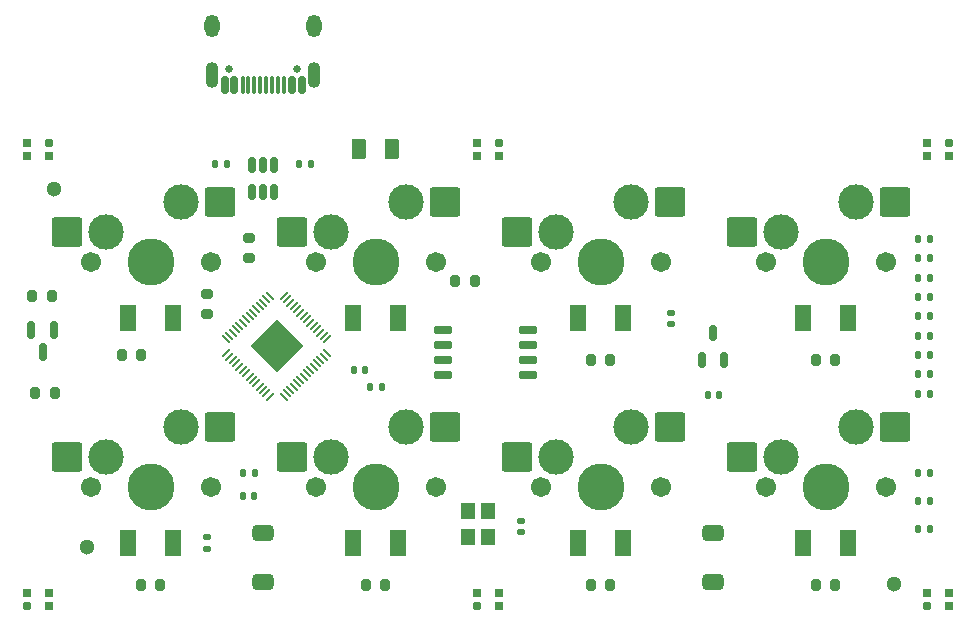
<source format=gbr>
%TF.GenerationSoftware,KiCad,Pcbnew,7.0.7*%
%TF.CreationDate,2024-01-12T23:19:41+09:00*%
%TF.ProjectId,Skeleton8,536b656c-6574-46f6-9e38-2e6b69636164,rev?*%
%TF.SameCoordinates,Original*%
%TF.FileFunction,Soldermask,Bot*%
%TF.FilePolarity,Negative*%
%FSLAX46Y46*%
G04 Gerber Fmt 4.6, Leading zero omitted, Abs format (unit mm)*
G04 Created by KiCad (PCBNEW 7.0.7) date 2024-01-12 23:19:41*
%MOMM*%
%LPD*%
G01*
G04 APERTURE LIST*
G04 Aperture macros list*
%AMRoundRect*
0 Rectangle with rounded corners*
0 $1 Rounding radius*
0 $2 $3 $4 $5 $6 $7 $8 $9 X,Y pos of 4 corners*
0 Add a 4 corners polygon primitive as box body*
4,1,4,$2,$3,$4,$5,$6,$7,$8,$9,$2,$3,0*
0 Add four circle primitives for the rounded corners*
1,1,$1+$1,$2,$3*
1,1,$1+$1,$4,$5*
1,1,$1+$1,$6,$7*
1,1,$1+$1,$8,$9*
0 Add four rect primitives between the rounded corners*
20,1,$1+$1,$2,$3,$4,$5,0*
20,1,$1+$1,$4,$5,$6,$7,0*
20,1,$1+$1,$6,$7,$8,$9,0*
20,1,$1+$1,$8,$9,$2,$3,0*%
%AMRotRect*
0 Rectangle, with rotation*
0 The origin of the aperture is its center*
0 $1 length*
0 $2 width*
0 $3 Rotation angle, in degrees counterclockwise*
0 Add horizontal line*
21,1,$1,$2,0,0,$3*%
G04 Aperture macros list end*
%ADD10C,1.300000*%
%ADD11C,1.701800*%
%ADD12C,3.000000*%
%ADD13C,3.987800*%
%ADD14RoundRect,0.200000X1.075000X1.050000X-1.075000X1.050000X-1.075000X-1.050000X1.075000X-1.050000X0*%
%ADD15RoundRect,0.140000X0.140000X0.170000X-0.140000X0.170000X-0.140000X-0.170000X0.140000X-0.170000X0*%
%ADD16RoundRect,0.135000X0.135000X0.185000X-0.135000X0.185000X-0.135000X-0.185000X0.135000X-0.185000X0*%
%ADD17RoundRect,0.175000X-0.175000X-0.175000X0.175000X-0.175000X0.175000X0.175000X-0.175000X0.175000X0*%
%ADD18R,0.700000X0.700000*%
%ADD19R,1.400000X2.300000*%
%ADD20RoundRect,0.175000X0.175000X0.175000X-0.175000X0.175000X-0.175000X-0.175000X0.175000X-0.175000X0*%
%ADD21RoundRect,0.200000X0.200000X0.275000X-0.200000X0.275000X-0.200000X-0.275000X0.200000X-0.275000X0*%
%ADD22RoundRect,0.140000X-0.170000X0.140000X-0.170000X-0.140000X0.170000X-0.140000X0.170000X0.140000X0*%
%ADD23RoundRect,0.140000X-0.140000X-0.170000X0.140000X-0.170000X0.140000X0.170000X-0.140000X0.170000X0*%
%ADD24RoundRect,0.140000X0.170000X-0.140000X0.170000X0.140000X-0.170000X0.140000X-0.170000X-0.140000X0*%
%ADD25RoundRect,0.050000X0.238649X0.309359X-0.309359X-0.238649X-0.238649X-0.309359X0.309359X0.238649X0*%
%ADD26RoundRect,0.050000X-0.238649X0.309359X-0.309359X0.238649X0.238649X-0.309359X0.309359X-0.238649X0*%
%ADD27RotRect,3.200000X3.200000X225.000000*%
%ADD28RoundRect,0.150000X0.150000X-0.512500X0.150000X0.512500X-0.150000X0.512500X-0.150000X-0.512500X0*%
%ADD29RoundRect,0.135000X0.185000X-0.135000X0.185000X0.135000X-0.185000X0.135000X-0.185000X-0.135000X0*%
%ADD30RoundRect,0.150000X-0.150000X0.587500X-0.150000X-0.587500X0.150000X-0.587500X0.150000X0.587500X0*%
%ADD31RoundRect,0.135000X-0.135000X-0.185000X0.135000X-0.185000X0.135000X0.185000X-0.135000X0.185000X0*%
%ADD32RoundRect,0.200000X-0.275000X0.200000X-0.275000X-0.200000X0.275000X-0.200000X0.275000X0.200000X0*%
%ADD33RoundRect,0.337500X-0.562500X0.337500X-0.562500X-0.337500X0.562500X-0.337500X0.562500X0.337500X0*%
%ADD34RoundRect,0.250000X-0.375000X-0.625000X0.375000X-0.625000X0.375000X0.625000X-0.375000X0.625000X0*%
%ADD35RoundRect,0.200000X-0.200000X-0.275000X0.200000X-0.275000X0.200000X0.275000X-0.200000X0.275000X0*%
%ADD36R,1.200000X1.400000*%
%ADD37RoundRect,0.150000X-0.650000X-0.150000X0.650000X-0.150000X0.650000X0.150000X-0.650000X0.150000X0*%
%ADD38C,0.650000*%
%ADD39RoundRect,0.150000X-0.150000X-0.575000X0.150000X-0.575000X0.150000X0.575000X-0.150000X0.575000X0*%
%ADD40RoundRect,0.075000X-0.075000X-0.650000X0.075000X-0.650000X0.075000X0.650000X-0.075000X0.650000X0*%
%ADD41O,1.300000X1.900000*%
%ADD42O,1.100000X2.200000*%
G04 APERTURE END LIST*
D10*
%TO.C,H3*%
X120046250Y-84373750D03*
%TD*%
%TO.C,H2*%
X51796250Y-81313750D03*
%TD*%
%TO.C,H1*%
X48946250Y-50973750D03*
%TD*%
D11*
%TO.C,SW8*%
X119380000Y-76200000D03*
D12*
X116840000Y-71120000D03*
D13*
X114300000Y-76200000D03*
D12*
X110490000Y-73660000D03*
D11*
X109220000Y-76200000D03*
D14*
X107215000Y-73660000D03*
X120142000Y-71120000D03*
%TD*%
D11*
%TO.C,SW5*%
X62230000Y-76200000D03*
D12*
X59690000Y-71120000D03*
D13*
X57150000Y-76200000D03*
D12*
X53340000Y-73660000D03*
D11*
X52070000Y-76200000D03*
D14*
X50065000Y-73660000D03*
X62992000Y-71120000D03*
%TD*%
D15*
%TO.C,C12*%
X123114375Y-65037891D03*
X122154375Y-65037891D03*
%TD*%
D16*
%TO.C,R17*%
X76770000Y-67710000D03*
X75750000Y-67710000D03*
%TD*%
D17*
%TO.C,RGB2*%
X86640000Y-47075000D03*
D18*
X86640000Y-48175000D03*
X84810000Y-48175000D03*
X84810000Y-47075000D03*
%TD*%
D19*
%TO.C,LED4*%
X116200000Y-61912500D03*
X112400000Y-61912500D03*
%TD*%
D20*
%TO.C,RGB5*%
X84810000Y-86275000D03*
D18*
X84810000Y-85175000D03*
X86640000Y-85175000D03*
X86640000Y-86275000D03*
%TD*%
D19*
%TO.C,LED6*%
X78100000Y-80962500D03*
X74300000Y-80962500D03*
%TD*%
D15*
%TO.C,C16*%
X123114375Y-77390625D03*
X122154375Y-77390625D03*
%TD*%
D21*
%TO.C,R7*%
X96075000Y-84534375D03*
X94425000Y-84534375D03*
%TD*%
D22*
%TO.C,C4*%
X101203125Y-61432500D03*
X101203125Y-62392500D03*
%TD*%
D23*
%TO.C,C2*%
X74350000Y-66310000D03*
X75310000Y-66310000D03*
%TD*%
D17*
%TO.C,RGB1*%
X48540000Y-47075000D03*
D18*
X48540000Y-48175000D03*
X46710000Y-48175000D03*
X46710000Y-47075000D03*
%TD*%
D24*
%TO.C,C3*%
X88540000Y-80030000D03*
X88540000Y-79070000D03*
%TD*%
D15*
%TO.C,C15*%
X123114375Y-75009375D03*
X122154375Y-75009375D03*
%TD*%
D11*
%TO.C,SW1*%
X62230000Y-57150000D03*
D12*
X59690000Y-52070000D03*
D13*
X57150000Y-57150000D03*
D12*
X53340000Y-54610000D03*
D11*
X52070000Y-57150000D03*
D14*
X50065000Y-54610000D03*
X62992000Y-52070000D03*
%TD*%
D25*
%TO.C,U4*%
X68398573Y-60024593D03*
X68681416Y-60307436D03*
X68964258Y-60590278D03*
X69247101Y-60873121D03*
X69529944Y-61155964D03*
X69812786Y-61438806D03*
X70095629Y-61721649D03*
X70378472Y-62004492D03*
X70661315Y-62287335D03*
X70944157Y-62570177D03*
X71227000Y-62853020D03*
X71509843Y-63135863D03*
X71792685Y-63418705D03*
X72075528Y-63701548D03*
D26*
X72075528Y-64885952D03*
X71792685Y-65168795D03*
X71509843Y-65451637D03*
X71227000Y-65734480D03*
X70944157Y-66017323D03*
X70661315Y-66300165D03*
X70378472Y-66583008D03*
X70095629Y-66865851D03*
X69812786Y-67148694D03*
X69529944Y-67431536D03*
X69247101Y-67714379D03*
X68964258Y-67997222D03*
X68681416Y-68280064D03*
X68398573Y-68562907D03*
D25*
X67214169Y-68562907D03*
X66931326Y-68280064D03*
X66648484Y-67997222D03*
X66365641Y-67714379D03*
X66082798Y-67431536D03*
X65799956Y-67148694D03*
X65517113Y-66865851D03*
X65234270Y-66583008D03*
X64951427Y-66300165D03*
X64668585Y-66017323D03*
X64385742Y-65734480D03*
X64102899Y-65451637D03*
X63820057Y-65168795D03*
X63537214Y-64885952D03*
D26*
X63537214Y-63701548D03*
X63820057Y-63418705D03*
X64102899Y-63135863D03*
X64385742Y-62853020D03*
X64668585Y-62570177D03*
X64951427Y-62287335D03*
X65234270Y-62004492D03*
X65517113Y-61721649D03*
X65799956Y-61438806D03*
X66082798Y-61155964D03*
X66365641Y-60873121D03*
X66648484Y-60590278D03*
X66931326Y-60307436D03*
X67214169Y-60024593D03*
D27*
X67806371Y-64293750D03*
%TD*%
D11*
%TO.C,SW4*%
X119380000Y-57150000D03*
D12*
X116840000Y-52070000D03*
D13*
X114300000Y-57150000D03*
D12*
X110490000Y-54610000D03*
D11*
X109220000Y-57150000D03*
D14*
X107215000Y-54610000D03*
X120142000Y-52070000D03*
%TD*%
D28*
%TO.C,U2*%
X67625000Y-51196875D03*
X66675000Y-51196875D03*
X65725000Y-51196875D03*
X65725000Y-48921875D03*
X66675000Y-48921875D03*
X67625000Y-48921875D03*
%TD*%
D19*
%TO.C,LED3*%
X97150000Y-61912500D03*
X93350000Y-61912500D03*
%TD*%
D20*
%TO.C,RGB4*%
X122910000Y-86275000D03*
D18*
X122910000Y-85175000D03*
X124740000Y-85175000D03*
X124740000Y-86275000D03*
%TD*%
D11*
%TO.C,SW2*%
X81280000Y-57150000D03*
D12*
X78740000Y-52070000D03*
D13*
X76200000Y-57150000D03*
D12*
X72390000Y-54610000D03*
D11*
X71120000Y-57150000D03*
D14*
X69115000Y-54610000D03*
X82042000Y-52070000D03*
%TD*%
D29*
%TO.C,R11*%
X61912500Y-81472500D03*
X61912500Y-80452500D03*
%TD*%
D15*
%TO.C,C17*%
X123114375Y-79771875D03*
X122154375Y-79771875D03*
%TD*%
D21*
%TO.C,R1*%
X56335000Y-65010000D03*
X54685000Y-65010000D03*
%TD*%
D19*
%TO.C,LED5*%
X59050000Y-80962500D03*
X55250000Y-80962500D03*
%TD*%
D30*
%TO.C,Q1*%
X47040000Y-62932500D03*
X48940000Y-62932500D03*
X47990000Y-64807500D03*
%TD*%
D31*
%TO.C,R13*%
X69736875Y-48815625D03*
X70756875Y-48815625D03*
%TD*%
D32*
%TO.C,R15*%
X65484375Y-55134375D03*
X65484375Y-56784375D03*
%TD*%
D19*
%TO.C,LED7*%
X97150000Y-80962500D03*
X93350000Y-80962500D03*
%TD*%
D16*
%TO.C,R12*%
X63613125Y-48815625D03*
X62593125Y-48815625D03*
%TD*%
D15*
%TO.C,C14*%
X123114375Y-68312112D03*
X122154375Y-68312112D03*
%TD*%
D33*
%TO.C,TS2*%
X104775000Y-80078125D03*
X104775000Y-84228125D03*
%TD*%
D15*
%TO.C,C6*%
X123114375Y-55215237D03*
X122154375Y-55215237D03*
%TD*%
D34*
%TO.C,F1*%
X74800000Y-47625000D03*
X77600000Y-47625000D03*
%TD*%
D23*
%TO.C,C1*%
X64978750Y-76953750D03*
X65938750Y-76953750D03*
%TD*%
D15*
%TO.C,C7*%
X123114375Y-56852346D03*
X122154375Y-56852346D03*
%TD*%
D31*
%TO.C,R14*%
X64974375Y-75009375D03*
X65994375Y-75009375D03*
%TD*%
D35*
%TO.C,R10*%
X47105000Y-60000000D03*
X48755000Y-60000000D03*
%TD*%
D11*
%TO.C,SW6*%
X81280000Y-76200000D03*
D12*
X78740000Y-71120000D03*
D13*
X76200000Y-76200000D03*
D12*
X72390000Y-73660000D03*
D11*
X71120000Y-76200000D03*
D14*
X69115000Y-73660000D03*
X82042000Y-71120000D03*
%TD*%
D21*
%TO.C,R8*%
X115125000Y-84534375D03*
X113475000Y-84534375D03*
%TD*%
D19*
%TO.C,LED8*%
X116200000Y-80962500D03*
X112400000Y-80962500D03*
%TD*%
D32*
%TO.C,R16*%
X61912500Y-59896875D03*
X61912500Y-61546875D03*
%TD*%
D21*
%TO.C,R3*%
X96075000Y-65484375D03*
X94425000Y-65484375D03*
%TD*%
D33*
%TO.C,TS1*%
X66675000Y-80078125D03*
X66675000Y-84228125D03*
%TD*%
D19*
%TO.C,LED1*%
X59050000Y-61912500D03*
X55250000Y-61912500D03*
%TD*%
D15*
%TO.C,C11*%
X123114375Y-63400782D03*
X122154375Y-63400782D03*
%TD*%
D35*
%TO.C,R9*%
X47375000Y-68230000D03*
X49025000Y-68230000D03*
%TD*%
D36*
%TO.C,Y1*%
X85680000Y-78240000D03*
X85680000Y-80440000D03*
X83980000Y-80440000D03*
X83980000Y-78240000D03*
%TD*%
D20*
%TO.C,RGB6*%
X46710000Y-86275000D03*
D18*
X46710000Y-85175000D03*
X48540000Y-85175000D03*
X48540000Y-86275000D03*
%TD*%
D19*
%TO.C,LED2*%
X78100000Y-61912500D03*
X74300000Y-61912500D03*
%TD*%
D28*
%TO.C,U3*%
X105725000Y-65431250D03*
X103825000Y-65431250D03*
X104775000Y-63156250D03*
%TD*%
D15*
%TO.C,C10*%
X123114375Y-61763673D03*
X122154375Y-61763673D03*
%TD*%
%TO.C,C5*%
X105270000Y-68440000D03*
X104310000Y-68440000D03*
%TD*%
%TO.C,C8*%
X123114375Y-58489455D03*
X122154375Y-58489455D03*
%TD*%
D11*
%TO.C,SW3*%
X100330000Y-57150000D03*
D12*
X97790000Y-52070000D03*
D13*
X95250000Y-57150000D03*
D12*
X91440000Y-54610000D03*
D11*
X90170000Y-57150000D03*
D14*
X88165000Y-54610000D03*
X101092000Y-52070000D03*
%TD*%
D15*
%TO.C,C13*%
X123114375Y-66675000D03*
X122154375Y-66675000D03*
%TD*%
D37*
%TO.C,U1*%
X81880000Y-66755000D03*
X81880000Y-65485000D03*
X81880000Y-64215000D03*
X81880000Y-62945000D03*
X89080000Y-62945000D03*
X89080000Y-64215000D03*
X89080000Y-65485000D03*
X89080000Y-66755000D03*
%TD*%
D38*
%TO.C,J1*%
X63785000Y-40799625D03*
X69565000Y-40799625D03*
D39*
X63425000Y-42125625D03*
X64225000Y-42125625D03*
D40*
X65425000Y-42125625D03*
X66421000Y-42125625D03*
X66925000Y-42125625D03*
X67925000Y-42125625D03*
D39*
X69925000Y-42125625D03*
X69125000Y-42125625D03*
D40*
X68425000Y-42125625D03*
X67425000Y-42125625D03*
X65925000Y-42125625D03*
X64925000Y-42125625D03*
D41*
X62375000Y-37150625D03*
D42*
X62375000Y-41350625D03*
D41*
X70975000Y-37150625D03*
D42*
X70975000Y-41350625D03*
%TD*%
D21*
%TO.C,R4*%
X115125000Y-65484375D03*
X113475000Y-65484375D03*
%TD*%
D11*
%TO.C,SW7*%
X100330000Y-76200000D03*
D12*
X97790000Y-71120000D03*
D13*
X95250000Y-76200000D03*
D12*
X91440000Y-73660000D03*
D11*
X90170000Y-76200000D03*
D14*
X88165000Y-73660000D03*
X101092000Y-71120000D03*
%TD*%
D17*
%TO.C,RGB3*%
X124740000Y-47075000D03*
D18*
X124740000Y-48175000D03*
X122910000Y-48175000D03*
X122910000Y-47075000D03*
%TD*%
D35*
%TO.C,R2*%
X82945000Y-58750000D03*
X84595000Y-58750000D03*
%TD*%
D21*
%TO.C,R5*%
X57975000Y-84534375D03*
X56325000Y-84534375D03*
%TD*%
D15*
%TO.C,C9*%
X123114375Y-60126564D03*
X122154375Y-60126564D03*
%TD*%
D21*
%TO.C,R6*%
X77025000Y-84534375D03*
X75375000Y-84534375D03*
%TD*%
M02*

</source>
